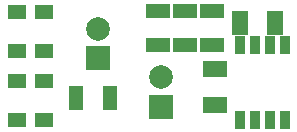
<source format=gbr>
G04 #@! TF.FileFunction,Soldermask,Top*
%FSLAX46Y46*%
G04 Gerber Fmt 4.6, Leading zero omitted, Abs format (unit mm)*
G04 Created by KiCad (PCBNEW 4.0.7) date 04/04/18 11:57:42*
%MOMM*%
%LPD*%
G01*
G04 APERTURE LIST*
%ADD10C,0.100000*%
%ADD11R,2.000000X2.000000*%
%ADD12C,2.000000*%
%ADD13R,0.908000X1.543000*%
%ADD14R,1.300000X2.100000*%
%ADD15R,2.100000X1.300000*%
%ADD16R,1.600000X1.300000*%
%ADD17R,1.400000X2.000000*%
%ADD18R,2.000000X1.400000*%
G04 APERTURE END LIST*
D10*
D11*
X198120000Y-115824000D03*
D12*
X198120000Y-113324000D03*
D11*
X203454000Y-119938800D03*
D12*
X203454000Y-117438800D03*
D13*
X210185000Y-114681000D03*
X211455000Y-114681000D03*
X212725000Y-114681000D03*
X213995000Y-114681000D03*
X213995000Y-121031000D03*
X212725000Y-121031000D03*
X211455000Y-121031000D03*
X210185000Y-121031000D03*
D14*
X199189000Y-119151400D03*
X196289000Y-119151400D03*
D15*
X203200000Y-111834000D03*
X203200000Y-114734000D03*
X205486000Y-111834000D03*
X205486000Y-114734000D03*
X207772000Y-111834000D03*
X207772000Y-114734000D03*
D16*
X193548000Y-121055400D03*
X193548000Y-117755400D03*
X191262000Y-121055400D03*
X191262000Y-117755400D03*
X193548000Y-115188000D03*
X193548000Y-111888000D03*
X191262000Y-115188000D03*
X191262000Y-111888000D03*
D17*
X210183600Y-112801400D03*
X213183600Y-112801400D03*
D18*
X208051400Y-119762400D03*
X208051400Y-116762400D03*
M02*

</source>
